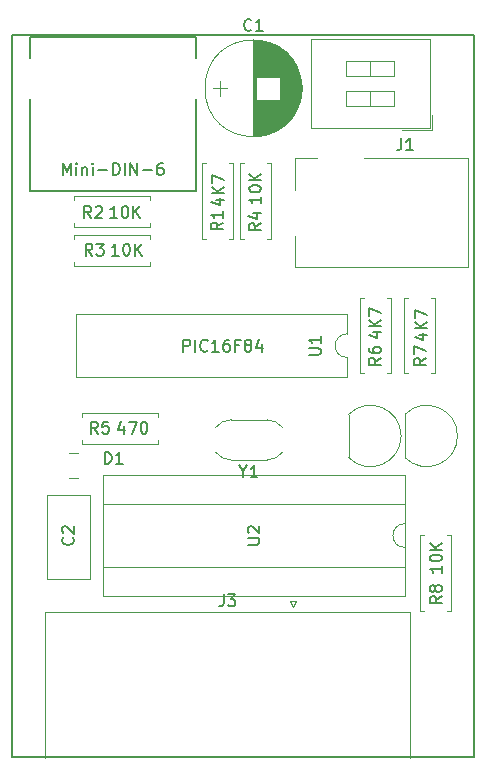
<source format=gbr>
%TF.GenerationSoftware,KiCad,Pcbnew,4.0.7*%
%TF.CreationDate,2018-07-15T04:01:03+03:00*%
%TF.ProjectId,AmstradPS2Mouse,416D73747261645053324D6F7573652E,rev?*%
%TF.FileFunction,Legend,Top*%
%FSLAX46Y46*%
G04 Gerber Fmt 4.6, Leading zero omitted, Abs format (unit mm)*
G04 Created by KiCad (PCBNEW 4.0.7) date 07/15/18 04:01:03*
%MOMM*%
%LPD*%
G01*
G04 APERTURE LIST*
%ADD10C,0.100000*%
%ADD11C,0.150000*%
%ADD12C,0.120000*%
G04 APERTURE END LIST*
D10*
D11*
X83540000Y-103809800D02*
X83540000Y-42697400D01*
X122605800Y-103809800D02*
X83540000Y-103809800D01*
X122605800Y-42672000D02*
X122605800Y-103809800D01*
X83540000Y-42697400D02*
X122605800Y-42672000D01*
D12*
X113325400Y-53108800D02*
X122125400Y-53108800D01*
X122125400Y-53108800D02*
X122125400Y-62308800D01*
X107425400Y-55808800D02*
X107425400Y-53108800D01*
X107425400Y-53108800D02*
X109325400Y-53108800D01*
X122125400Y-62308800D02*
X107425400Y-62308800D01*
X107425400Y-62308800D02*
X107425400Y-59708800D01*
X86480400Y-88737000D02*
X86480400Y-81617000D01*
X90100400Y-88737000D02*
X90100400Y-81617000D01*
X86480400Y-88737000D02*
X90100400Y-88737000D01*
X86480400Y-81617000D02*
X90100400Y-81617000D01*
D11*
X99063600Y-42824400D02*
X99063600Y-44602400D01*
X85042800Y-48056800D02*
X85042800Y-55829200D01*
X85042800Y-55829200D02*
X99063600Y-55829200D01*
X99063600Y-55829200D02*
X99063600Y-48056800D01*
X99063600Y-42824400D02*
X85042800Y-42824400D01*
X85042800Y-42824400D02*
X85042800Y-44602400D01*
D12*
X86264200Y-103852800D02*
X86264200Y-91512800D01*
X86264200Y-91512800D02*
X117234200Y-91512800D01*
X117234200Y-91512800D02*
X117234200Y-103852800D01*
X107039200Y-90618462D02*
X107539200Y-90618462D01*
X107539200Y-90618462D02*
X107289200Y-91051475D01*
X107289200Y-91051475D02*
X107039200Y-90618462D01*
X111992800Y-74806400D02*
X111992800Y-78406400D01*
X112004322Y-74767922D02*
G75*
G02X116442800Y-76606400I1838478J-1838478D01*
G01*
X112004322Y-78444878D02*
G75*
G03X116442800Y-76606400I1838478J1838478D01*
G01*
X116768000Y-74806400D02*
X116768000Y-78406400D01*
X116779522Y-74767922D02*
G75*
G02X121218000Y-76606400I1838478J-1838478D01*
G01*
X116779522Y-78444878D02*
G75*
G03X121218000Y-76606400I1838478J1838478D01*
G01*
X99883400Y-59902800D02*
X99553400Y-59902800D01*
X99553400Y-59902800D02*
X99553400Y-53482800D01*
X99553400Y-53482800D02*
X99883400Y-53482800D01*
X101843400Y-59902800D02*
X102173400Y-59902800D01*
X102173400Y-59902800D02*
X102173400Y-53482800D01*
X102173400Y-53482800D02*
X101843400Y-53482800D01*
X95208800Y-58587200D02*
X95208800Y-58917200D01*
X95208800Y-58917200D02*
X88788800Y-58917200D01*
X88788800Y-58917200D02*
X88788800Y-58587200D01*
X95208800Y-56627200D02*
X95208800Y-56297200D01*
X95208800Y-56297200D02*
X88788800Y-56297200D01*
X88788800Y-56297200D02*
X88788800Y-56627200D01*
X95208800Y-61863800D02*
X95208800Y-62193800D01*
X95208800Y-62193800D02*
X88788800Y-62193800D01*
X88788800Y-62193800D02*
X88788800Y-61863800D01*
X95208800Y-59903800D02*
X95208800Y-59573800D01*
X95208800Y-59573800D02*
X88788800Y-59573800D01*
X88788800Y-59573800D02*
X88788800Y-59903800D01*
X103160000Y-59902800D02*
X102830000Y-59902800D01*
X102830000Y-59902800D02*
X102830000Y-53482800D01*
X102830000Y-53482800D02*
X103160000Y-53482800D01*
X105120000Y-59902800D02*
X105450000Y-59902800D01*
X105450000Y-59902800D02*
X105450000Y-53482800D01*
X105450000Y-53482800D02*
X105120000Y-53482800D01*
X89449200Y-74966000D02*
X89449200Y-74636000D01*
X89449200Y-74636000D02*
X95869200Y-74636000D01*
X95869200Y-74636000D02*
X95869200Y-74966000D01*
X89449200Y-76926000D02*
X89449200Y-77256000D01*
X89449200Y-77256000D02*
X95869200Y-77256000D01*
X95869200Y-77256000D02*
X95869200Y-76926000D01*
X113269200Y-71307400D02*
X112939200Y-71307400D01*
X112939200Y-71307400D02*
X112939200Y-64887400D01*
X112939200Y-64887400D02*
X113269200Y-64887400D01*
X115229200Y-71307400D02*
X115559200Y-71307400D01*
X115559200Y-71307400D02*
X115559200Y-64887400D01*
X115559200Y-64887400D02*
X115229200Y-64887400D01*
X117053800Y-71307400D02*
X116723800Y-71307400D01*
X116723800Y-71307400D02*
X116723800Y-64887400D01*
X116723800Y-64887400D02*
X117053800Y-64887400D01*
X119013800Y-71307400D02*
X119343800Y-71307400D01*
X119343800Y-71307400D02*
X119343800Y-64887400D01*
X119343800Y-64887400D02*
X119013800Y-64887400D01*
X120360000Y-85029600D02*
X120690000Y-85029600D01*
X120690000Y-85029600D02*
X120690000Y-91449600D01*
X120690000Y-91449600D02*
X120360000Y-91449600D01*
X118400000Y-85029600D02*
X118070000Y-85029600D01*
X118070000Y-85029600D02*
X118070000Y-91449600D01*
X118070000Y-91449600D02*
X118400000Y-91449600D01*
X119052800Y-50711400D02*
X119052800Y-49441400D01*
X119052800Y-50711400D02*
X116512800Y-50711400D01*
X118852800Y-50511400D02*
X108832800Y-50511400D01*
X108832800Y-50511400D02*
X108832800Y-43011400D01*
X108832800Y-43011400D02*
X118852800Y-43011400D01*
X118852800Y-43011400D02*
X118852800Y-50511400D01*
X115872800Y-48666400D02*
X115872800Y-47396400D01*
X115872800Y-47396400D02*
X111812800Y-47396400D01*
X111812800Y-47396400D02*
X111812800Y-48666400D01*
X111812800Y-48666400D02*
X115872800Y-48666400D01*
X113842800Y-48666400D02*
X113842800Y-47396400D01*
X115872800Y-46126400D02*
X115872800Y-44856400D01*
X115872800Y-44856400D02*
X111812800Y-44856400D01*
X111812800Y-44856400D02*
X111812800Y-46126400D01*
X111812800Y-46126400D02*
X115872800Y-46126400D01*
X113842800Y-46126400D02*
X113842800Y-44856400D01*
X111870800Y-69961000D02*
G75*
G02X111870800Y-67961000I0J1000000D01*
G01*
X111870800Y-67961000D02*
X111870800Y-66311000D01*
X111870800Y-66311000D02*
X88890800Y-66311000D01*
X88890800Y-66311000D02*
X88890800Y-71611000D01*
X88890800Y-71611000D02*
X111870800Y-71611000D01*
X111870800Y-71611000D02*
X111870800Y-69961000D01*
X116747600Y-86039200D02*
G75*
G02X116747600Y-84039200I0J1000000D01*
G01*
X116747600Y-84039200D02*
X116747600Y-82389200D01*
X116747600Y-82389200D02*
X91227600Y-82389200D01*
X91227600Y-82389200D02*
X91227600Y-87689200D01*
X91227600Y-87689200D02*
X116747600Y-87689200D01*
X116747600Y-87689200D02*
X116747600Y-86039200D01*
X116807600Y-79899200D02*
X91167600Y-79899200D01*
X91167600Y-79899200D02*
X91167600Y-90179200D01*
X91167600Y-90179200D02*
X116807600Y-90179200D01*
X116807600Y-90179200D02*
X116807600Y-79899200D01*
X105070400Y-78636600D02*
X102070400Y-78636600D01*
X105070400Y-75236600D02*
X102070400Y-75236600D01*
X106408190Y-77985561D02*
G75*
G02X105070400Y-78636600I-1337790J1048961D01*
G01*
X100732610Y-77985561D02*
G75*
G03X102070400Y-78636600I1337790J1048961D01*
G01*
X106408190Y-75887639D02*
G75*
G03X105070400Y-75236600I-1337790J-1048961D01*
G01*
X100732610Y-75887639D02*
G75*
G02X102070400Y-75236600I1337790J-1048961D01*
G01*
X88329000Y-78086400D02*
X89060000Y-78086400D01*
X88329000Y-80206400D02*
X89060000Y-80206400D01*
X108021400Y-47167800D02*
G75*
G03X108021400Y-47167800I-4090000J0D01*
G01*
X103931400Y-43117800D02*
X103931400Y-51217800D01*
X103971400Y-43117800D02*
X103971400Y-51217800D01*
X104011400Y-43117800D02*
X104011400Y-51217800D01*
X104051400Y-43118800D02*
X104051400Y-51216800D01*
X104091400Y-43120800D02*
X104091400Y-51214800D01*
X104131400Y-43121800D02*
X104131400Y-51213800D01*
X104171400Y-43124800D02*
X104171400Y-51210800D01*
X104211400Y-43126800D02*
X104211400Y-46187800D01*
X104211400Y-48147800D02*
X104211400Y-51208800D01*
X104251400Y-43129800D02*
X104251400Y-46187800D01*
X104251400Y-48147800D02*
X104251400Y-51205800D01*
X104291400Y-43132800D02*
X104291400Y-46187800D01*
X104291400Y-48147800D02*
X104291400Y-51202800D01*
X104331400Y-43136800D02*
X104331400Y-46187800D01*
X104331400Y-48147800D02*
X104331400Y-51198800D01*
X104371400Y-43140800D02*
X104371400Y-46187800D01*
X104371400Y-48147800D02*
X104371400Y-51194800D01*
X104411400Y-43145800D02*
X104411400Y-46187800D01*
X104411400Y-48147800D02*
X104411400Y-51189800D01*
X104451400Y-43150800D02*
X104451400Y-46187800D01*
X104451400Y-48147800D02*
X104451400Y-51184800D01*
X104491400Y-43155800D02*
X104491400Y-46187800D01*
X104491400Y-48147800D02*
X104491400Y-51179800D01*
X104531400Y-43161800D02*
X104531400Y-46187800D01*
X104531400Y-48147800D02*
X104531400Y-51173800D01*
X104571400Y-43167800D02*
X104571400Y-46187800D01*
X104571400Y-48147800D02*
X104571400Y-51167800D01*
X104611400Y-43173800D02*
X104611400Y-46187800D01*
X104611400Y-48147800D02*
X104611400Y-51161800D01*
X104652400Y-43180800D02*
X104652400Y-46187800D01*
X104652400Y-48147800D02*
X104652400Y-51154800D01*
X104692400Y-43188800D02*
X104692400Y-46187800D01*
X104692400Y-48147800D02*
X104692400Y-51146800D01*
X104732400Y-43196800D02*
X104732400Y-46187800D01*
X104732400Y-48147800D02*
X104732400Y-51138800D01*
X104772400Y-43204800D02*
X104772400Y-46187800D01*
X104772400Y-48147800D02*
X104772400Y-51130800D01*
X104812400Y-43212800D02*
X104812400Y-46187800D01*
X104812400Y-48147800D02*
X104812400Y-51122800D01*
X104852400Y-43221800D02*
X104852400Y-46187800D01*
X104852400Y-48147800D02*
X104852400Y-51113800D01*
X104892400Y-43231800D02*
X104892400Y-46187800D01*
X104892400Y-48147800D02*
X104892400Y-51103800D01*
X104932400Y-43241800D02*
X104932400Y-46187800D01*
X104932400Y-48147800D02*
X104932400Y-51093800D01*
X104972400Y-43251800D02*
X104972400Y-46187800D01*
X104972400Y-48147800D02*
X104972400Y-51083800D01*
X105012400Y-43262800D02*
X105012400Y-46187800D01*
X105012400Y-48147800D02*
X105012400Y-51072800D01*
X105052400Y-43273800D02*
X105052400Y-46187800D01*
X105052400Y-48147800D02*
X105052400Y-51061800D01*
X105092400Y-43284800D02*
X105092400Y-46187800D01*
X105092400Y-48147800D02*
X105092400Y-51050800D01*
X105132400Y-43297800D02*
X105132400Y-46187800D01*
X105132400Y-48147800D02*
X105132400Y-51037800D01*
X105172400Y-43309800D02*
X105172400Y-46187800D01*
X105172400Y-48147800D02*
X105172400Y-51025800D01*
X105212400Y-43322800D02*
X105212400Y-46187800D01*
X105212400Y-48147800D02*
X105212400Y-51012800D01*
X105252400Y-43335800D02*
X105252400Y-46187800D01*
X105252400Y-48147800D02*
X105252400Y-50999800D01*
X105292400Y-43349800D02*
X105292400Y-46187800D01*
X105292400Y-48147800D02*
X105292400Y-50985800D01*
X105332400Y-43364800D02*
X105332400Y-46187800D01*
X105332400Y-48147800D02*
X105332400Y-50970800D01*
X105372400Y-43378800D02*
X105372400Y-46187800D01*
X105372400Y-48147800D02*
X105372400Y-50956800D01*
X105412400Y-43394800D02*
X105412400Y-46187800D01*
X105412400Y-48147800D02*
X105412400Y-50940800D01*
X105452400Y-43409800D02*
X105452400Y-46187800D01*
X105452400Y-48147800D02*
X105452400Y-50925800D01*
X105492400Y-43426800D02*
X105492400Y-46187800D01*
X105492400Y-48147800D02*
X105492400Y-50908800D01*
X105532400Y-43442800D02*
X105532400Y-46187800D01*
X105532400Y-48147800D02*
X105532400Y-50892800D01*
X105572400Y-43460800D02*
X105572400Y-46187800D01*
X105572400Y-48147800D02*
X105572400Y-50874800D01*
X105612400Y-43477800D02*
X105612400Y-46187800D01*
X105612400Y-48147800D02*
X105612400Y-50857800D01*
X105652400Y-43496800D02*
X105652400Y-46187800D01*
X105652400Y-48147800D02*
X105652400Y-50838800D01*
X105692400Y-43515800D02*
X105692400Y-46187800D01*
X105692400Y-48147800D02*
X105692400Y-50819800D01*
X105732400Y-43534800D02*
X105732400Y-46187800D01*
X105732400Y-48147800D02*
X105732400Y-50800800D01*
X105772400Y-43554800D02*
X105772400Y-46187800D01*
X105772400Y-48147800D02*
X105772400Y-50780800D01*
X105812400Y-43574800D02*
X105812400Y-46187800D01*
X105812400Y-48147800D02*
X105812400Y-50760800D01*
X105852400Y-43595800D02*
X105852400Y-46187800D01*
X105852400Y-48147800D02*
X105852400Y-50739800D01*
X105892400Y-43617800D02*
X105892400Y-46187800D01*
X105892400Y-48147800D02*
X105892400Y-50717800D01*
X105932400Y-43639800D02*
X105932400Y-46187800D01*
X105932400Y-48147800D02*
X105932400Y-50695800D01*
X105972400Y-43662800D02*
X105972400Y-46187800D01*
X105972400Y-48147800D02*
X105972400Y-50672800D01*
X106012400Y-43685800D02*
X106012400Y-46187800D01*
X106012400Y-48147800D02*
X106012400Y-50649800D01*
X106052400Y-43709800D02*
X106052400Y-46187800D01*
X106052400Y-48147800D02*
X106052400Y-50625800D01*
X106092400Y-43733800D02*
X106092400Y-46187800D01*
X106092400Y-48147800D02*
X106092400Y-50601800D01*
X106132400Y-43759800D02*
X106132400Y-46187800D01*
X106132400Y-48147800D02*
X106132400Y-50575800D01*
X106172400Y-43784800D02*
X106172400Y-50550800D01*
X106212400Y-43811800D02*
X106212400Y-50523800D01*
X106252400Y-43838800D02*
X106252400Y-50496800D01*
X106292400Y-43866800D02*
X106292400Y-50468800D01*
X106332400Y-43895800D02*
X106332400Y-50439800D01*
X106372400Y-43924800D02*
X106372400Y-50410800D01*
X106412400Y-43954800D02*
X106412400Y-50380800D01*
X106452400Y-43985800D02*
X106452400Y-50349800D01*
X106492400Y-44017800D02*
X106492400Y-50317800D01*
X106532400Y-44049800D02*
X106532400Y-50285800D01*
X106572400Y-44083800D02*
X106572400Y-50251800D01*
X106612400Y-44117800D02*
X106612400Y-50217800D01*
X106652400Y-44152800D02*
X106652400Y-50182800D01*
X106692400Y-44188800D02*
X106692400Y-50146800D01*
X106732400Y-44225800D02*
X106732400Y-50109800D01*
X106772400Y-44263800D02*
X106772400Y-50071800D01*
X106812400Y-44302800D02*
X106812400Y-50032800D01*
X106852400Y-44343800D02*
X106852400Y-49991800D01*
X106892400Y-44384800D02*
X106892400Y-49950800D01*
X106932400Y-44427800D02*
X106932400Y-49907800D01*
X106972400Y-44470800D02*
X106972400Y-49864800D01*
X107012400Y-44515800D02*
X107012400Y-49819800D01*
X107052400Y-44562800D02*
X107052400Y-49772800D01*
X107092400Y-44610800D02*
X107092400Y-49724800D01*
X107132400Y-44659800D02*
X107132400Y-49675800D01*
X107172400Y-44710800D02*
X107172400Y-49624800D01*
X107212400Y-44763800D02*
X107212400Y-49571800D01*
X107252400Y-44818800D02*
X107252400Y-49516800D01*
X107292400Y-44874800D02*
X107292400Y-49460800D01*
X107332400Y-44933800D02*
X107332400Y-49401800D01*
X107372400Y-44994800D02*
X107372400Y-49340800D01*
X107412400Y-45058800D02*
X107412400Y-49276800D01*
X107452400Y-45124800D02*
X107452400Y-49210800D01*
X107492400Y-45193800D02*
X107492400Y-49141800D01*
X107532400Y-45265800D02*
X107532400Y-49069800D01*
X107572400Y-45341800D02*
X107572400Y-48993800D01*
X107612400Y-45422800D02*
X107612400Y-48912800D01*
X107652400Y-45507800D02*
X107652400Y-48827800D01*
X107692400Y-45597800D02*
X107692400Y-48737800D01*
X107732400Y-45694800D02*
X107732400Y-48640800D01*
X107772400Y-45798800D02*
X107772400Y-48536800D01*
X107812400Y-45913800D02*
X107812400Y-48421800D01*
X107852400Y-46040800D02*
X107852400Y-48294800D01*
X107892400Y-46184800D02*
X107892400Y-48150800D01*
X107932400Y-46353800D02*
X107932400Y-47981800D01*
X107972400Y-46569800D02*
X107972400Y-47765800D01*
X108012400Y-46921800D02*
X108012400Y-47413800D01*
X100481400Y-47167800D02*
X101681400Y-47167800D01*
X101081400Y-46517800D02*
X101081400Y-47817800D01*
D11*
X116442067Y-51411181D02*
X116442067Y-52125467D01*
X116394447Y-52268324D01*
X116299209Y-52363562D01*
X116156352Y-52411181D01*
X116061114Y-52411181D01*
X117442067Y-52411181D02*
X116870638Y-52411181D01*
X117156352Y-52411181D02*
X117156352Y-51411181D01*
X117061114Y-51554038D01*
X116965876Y-51649276D01*
X116870638Y-51696895D01*
X88647543Y-85202066D02*
X88695162Y-85249685D01*
X88742781Y-85392542D01*
X88742781Y-85487780D01*
X88695162Y-85630638D01*
X88599924Y-85725876D01*
X88504686Y-85773495D01*
X88314210Y-85821114D01*
X88171352Y-85821114D01*
X87980876Y-85773495D01*
X87885638Y-85725876D01*
X87790400Y-85630638D01*
X87742781Y-85487780D01*
X87742781Y-85392542D01*
X87790400Y-85249685D01*
X87838019Y-85202066D01*
X87838019Y-84821114D02*
X87790400Y-84773495D01*
X87742781Y-84678257D01*
X87742781Y-84440161D01*
X87790400Y-84344923D01*
X87838019Y-84297304D01*
X87933257Y-84249685D01*
X88028495Y-84249685D01*
X88171352Y-84297304D01*
X88742781Y-84868733D01*
X88742781Y-84249685D01*
X87815106Y-54503581D02*
X87815106Y-53503581D01*
X88148440Y-54217867D01*
X88481773Y-53503581D01*
X88481773Y-54503581D01*
X88957963Y-54503581D02*
X88957963Y-53836914D01*
X88957963Y-53503581D02*
X88910344Y-53551200D01*
X88957963Y-53598819D01*
X89005582Y-53551200D01*
X88957963Y-53503581D01*
X88957963Y-53598819D01*
X89434153Y-53836914D02*
X89434153Y-54503581D01*
X89434153Y-53932152D02*
X89481772Y-53884533D01*
X89577010Y-53836914D01*
X89719868Y-53836914D01*
X89815106Y-53884533D01*
X89862725Y-53979771D01*
X89862725Y-54503581D01*
X90338915Y-54503581D02*
X90338915Y-53836914D01*
X90338915Y-53503581D02*
X90291296Y-53551200D01*
X90338915Y-53598819D01*
X90386534Y-53551200D01*
X90338915Y-53503581D01*
X90338915Y-53598819D01*
X90815105Y-54122629D02*
X91577010Y-54122629D01*
X92053200Y-54503581D02*
X92053200Y-53503581D01*
X92291295Y-53503581D01*
X92434153Y-53551200D01*
X92529391Y-53646438D01*
X92577010Y-53741676D01*
X92624629Y-53932152D01*
X92624629Y-54075010D01*
X92577010Y-54265486D01*
X92529391Y-54360724D01*
X92434153Y-54455962D01*
X92291295Y-54503581D01*
X92053200Y-54503581D01*
X93053200Y-54503581D02*
X93053200Y-53503581D01*
X93529390Y-54503581D02*
X93529390Y-53503581D01*
X94100819Y-54503581D01*
X94100819Y-53503581D01*
X94577009Y-54122629D02*
X95338914Y-54122629D01*
X96243676Y-53503581D02*
X96053199Y-53503581D01*
X95957961Y-53551200D01*
X95910342Y-53598819D01*
X95815104Y-53741676D01*
X95767485Y-53932152D01*
X95767485Y-54313105D01*
X95815104Y-54408343D01*
X95862723Y-54455962D01*
X95957961Y-54503581D01*
X96148438Y-54503581D01*
X96243676Y-54455962D01*
X96291295Y-54408343D01*
X96338914Y-54313105D01*
X96338914Y-54075010D01*
X96291295Y-53979771D01*
X96243676Y-53932152D01*
X96148438Y-53884533D01*
X95957961Y-53884533D01*
X95862723Y-53932152D01*
X95815104Y-53979771D01*
X95767485Y-54075010D01*
X101415867Y-90025181D02*
X101415867Y-90739467D01*
X101368247Y-90882324D01*
X101273009Y-90977562D01*
X101130152Y-91025181D01*
X101034914Y-91025181D01*
X101796819Y-90025181D02*
X102415867Y-90025181D01*
X102082533Y-90406133D01*
X102225391Y-90406133D01*
X102320629Y-90453752D01*
X102368248Y-90501371D01*
X102415867Y-90596610D01*
X102415867Y-90834705D01*
X102368248Y-90929943D01*
X102320629Y-90977562D01*
X102225391Y-91025181D01*
X101939676Y-91025181D01*
X101844438Y-90977562D01*
X101796819Y-90929943D01*
X101341181Y-58535866D02*
X100864990Y-58869200D01*
X101341181Y-59107295D02*
X100341181Y-59107295D01*
X100341181Y-58726342D01*
X100388800Y-58631104D01*
X100436419Y-58583485D01*
X100531657Y-58535866D01*
X100674514Y-58535866D01*
X100769752Y-58583485D01*
X100817371Y-58631104D01*
X100864990Y-58726342D01*
X100864990Y-59107295D01*
X101341181Y-57583485D02*
X101341181Y-58154914D01*
X101341181Y-57869200D02*
X100341181Y-57869200D01*
X100484038Y-57964438D01*
X100579276Y-58059676D01*
X100626895Y-58154914D01*
X100750714Y-56589514D02*
X101417381Y-56589514D01*
X100369762Y-56827610D02*
X101084048Y-57065705D01*
X101084048Y-56446657D01*
X101417381Y-56065705D02*
X100417381Y-56065705D01*
X101417381Y-55494276D02*
X100845952Y-55922848D01*
X100417381Y-55494276D02*
X100988810Y-56065705D01*
X100417381Y-55160943D02*
X100417381Y-54494276D01*
X101417381Y-54922848D01*
X90206534Y-58135781D02*
X89873200Y-57659590D01*
X89635105Y-58135781D02*
X89635105Y-57135781D01*
X90016058Y-57135781D01*
X90111296Y-57183400D01*
X90158915Y-57231019D01*
X90206534Y-57326257D01*
X90206534Y-57469114D01*
X90158915Y-57564352D01*
X90111296Y-57611971D01*
X90016058Y-57659590D01*
X89635105Y-57659590D01*
X90587486Y-57231019D02*
X90635105Y-57183400D01*
X90730343Y-57135781D01*
X90968439Y-57135781D01*
X91063677Y-57183400D01*
X91111296Y-57231019D01*
X91158915Y-57326257D01*
X91158915Y-57421495D01*
X91111296Y-57564352D01*
X90539867Y-58135781D01*
X91158915Y-58135781D01*
X92400524Y-58135781D02*
X91829095Y-58135781D01*
X92114809Y-58135781D02*
X92114809Y-57135781D01*
X92019571Y-57278638D01*
X91924333Y-57373876D01*
X91829095Y-57421495D01*
X93019571Y-57135781D02*
X93114810Y-57135781D01*
X93210048Y-57183400D01*
X93257667Y-57231019D01*
X93305286Y-57326257D01*
X93352905Y-57516733D01*
X93352905Y-57754829D01*
X93305286Y-57945305D01*
X93257667Y-58040543D01*
X93210048Y-58088162D01*
X93114810Y-58135781D01*
X93019571Y-58135781D01*
X92924333Y-58088162D01*
X92876714Y-58040543D01*
X92829095Y-57945305D01*
X92781476Y-57754829D01*
X92781476Y-57516733D01*
X92829095Y-57326257D01*
X92876714Y-57231019D01*
X92924333Y-57183400D01*
X93019571Y-57135781D01*
X93781476Y-58135781D02*
X93781476Y-57135781D01*
X94352905Y-58135781D02*
X93924333Y-57564352D01*
X94352905Y-57135781D02*
X93781476Y-57707210D01*
X90308134Y-61336181D02*
X89974800Y-60859990D01*
X89736705Y-61336181D02*
X89736705Y-60336181D01*
X90117658Y-60336181D01*
X90212896Y-60383800D01*
X90260515Y-60431419D01*
X90308134Y-60526657D01*
X90308134Y-60669514D01*
X90260515Y-60764752D01*
X90212896Y-60812371D01*
X90117658Y-60859990D01*
X89736705Y-60859990D01*
X90641467Y-60336181D02*
X91260515Y-60336181D01*
X90927181Y-60717133D01*
X91070039Y-60717133D01*
X91165277Y-60764752D01*
X91212896Y-60812371D01*
X91260515Y-60907610D01*
X91260515Y-61145705D01*
X91212896Y-61240943D01*
X91165277Y-61288562D01*
X91070039Y-61336181D01*
X90784324Y-61336181D01*
X90689086Y-61288562D01*
X90641467Y-61240943D01*
X92527524Y-61336181D02*
X91956095Y-61336181D01*
X92241809Y-61336181D02*
X92241809Y-60336181D01*
X92146571Y-60479038D01*
X92051333Y-60574276D01*
X91956095Y-60621895D01*
X93146571Y-60336181D02*
X93241810Y-60336181D01*
X93337048Y-60383800D01*
X93384667Y-60431419D01*
X93432286Y-60526657D01*
X93479905Y-60717133D01*
X93479905Y-60955229D01*
X93432286Y-61145705D01*
X93384667Y-61240943D01*
X93337048Y-61288562D01*
X93241810Y-61336181D01*
X93146571Y-61336181D01*
X93051333Y-61288562D01*
X93003714Y-61240943D01*
X92956095Y-61145705D01*
X92908476Y-60955229D01*
X92908476Y-60717133D01*
X92956095Y-60526657D01*
X93003714Y-60431419D01*
X93051333Y-60383800D01*
X93146571Y-60336181D01*
X93908476Y-61336181D02*
X93908476Y-60336181D01*
X94479905Y-61336181D02*
X94051333Y-60764752D01*
X94479905Y-60336181D02*
X93908476Y-60907610D01*
X104541581Y-58612066D02*
X104065390Y-58945400D01*
X104541581Y-59183495D02*
X103541581Y-59183495D01*
X103541581Y-58802542D01*
X103589200Y-58707304D01*
X103636819Y-58659685D01*
X103732057Y-58612066D01*
X103874914Y-58612066D01*
X103970152Y-58659685D01*
X104017771Y-58707304D01*
X104065390Y-58802542D01*
X104065390Y-59183495D01*
X103874914Y-57754923D02*
X104541581Y-57754923D01*
X103493962Y-57993019D02*
X104208248Y-58231114D01*
X104208248Y-57612066D01*
X104566981Y-56341876D02*
X104566981Y-56913305D01*
X104566981Y-56627591D02*
X103566981Y-56627591D01*
X103709838Y-56722829D01*
X103805076Y-56818067D01*
X103852695Y-56913305D01*
X103566981Y-55722829D02*
X103566981Y-55627590D01*
X103614600Y-55532352D01*
X103662219Y-55484733D01*
X103757457Y-55437114D01*
X103947933Y-55389495D01*
X104186029Y-55389495D01*
X104376505Y-55437114D01*
X104471743Y-55484733D01*
X104519362Y-55532352D01*
X104566981Y-55627590D01*
X104566981Y-55722829D01*
X104519362Y-55818067D01*
X104471743Y-55865686D01*
X104376505Y-55913305D01*
X104186029Y-55960924D01*
X103947933Y-55960924D01*
X103757457Y-55913305D01*
X103662219Y-55865686D01*
X103614600Y-55818067D01*
X103566981Y-55722829D01*
X104566981Y-54960924D02*
X103566981Y-54960924D01*
X104566981Y-54389495D02*
X103995552Y-54818067D01*
X103566981Y-54389495D02*
X104138410Y-54960924D01*
X90765334Y-76398381D02*
X90432000Y-75922190D01*
X90193905Y-76398381D02*
X90193905Y-75398381D01*
X90574858Y-75398381D01*
X90670096Y-75446000D01*
X90717715Y-75493619D01*
X90765334Y-75588857D01*
X90765334Y-75731714D01*
X90717715Y-75826952D01*
X90670096Y-75874571D01*
X90574858Y-75922190D01*
X90193905Y-75922190D01*
X91670096Y-75398381D02*
X91193905Y-75398381D01*
X91146286Y-75874571D01*
X91193905Y-75826952D01*
X91289143Y-75779333D01*
X91527239Y-75779333D01*
X91622477Y-75826952D01*
X91670096Y-75874571D01*
X91717715Y-75969810D01*
X91717715Y-76207905D01*
X91670096Y-76303143D01*
X91622477Y-76350762D01*
X91527239Y-76398381D01*
X91289143Y-76398381D01*
X91193905Y-76350762D01*
X91146286Y-76303143D01*
X92964096Y-75731714D02*
X92964096Y-76398381D01*
X92726000Y-75350762D02*
X92487905Y-76065048D01*
X93106953Y-76065048D01*
X93392667Y-75398381D02*
X94059334Y-75398381D01*
X93630762Y-76398381D01*
X94630762Y-75398381D02*
X94726001Y-75398381D01*
X94821239Y-75446000D01*
X94868858Y-75493619D01*
X94916477Y-75588857D01*
X94964096Y-75779333D01*
X94964096Y-76017429D01*
X94916477Y-76207905D01*
X94868858Y-76303143D01*
X94821239Y-76350762D01*
X94726001Y-76398381D01*
X94630762Y-76398381D01*
X94535524Y-76350762D01*
X94487905Y-76303143D01*
X94440286Y-76207905D01*
X94392667Y-76017429D01*
X94392667Y-75779333D01*
X94440286Y-75588857D01*
X94487905Y-75493619D01*
X94535524Y-75446000D01*
X94630762Y-75398381D01*
X114701581Y-69991266D02*
X114225390Y-70324600D01*
X114701581Y-70562695D02*
X113701581Y-70562695D01*
X113701581Y-70181742D01*
X113749200Y-70086504D01*
X113796819Y-70038885D01*
X113892057Y-69991266D01*
X114034914Y-69991266D01*
X114130152Y-70038885D01*
X114177771Y-70086504D01*
X114225390Y-70181742D01*
X114225390Y-70562695D01*
X113701581Y-69134123D02*
X113701581Y-69324600D01*
X113749200Y-69419838D01*
X113796819Y-69467457D01*
X113939676Y-69562695D01*
X114130152Y-69610314D01*
X114511105Y-69610314D01*
X114606343Y-69562695D01*
X114653962Y-69515076D01*
X114701581Y-69419838D01*
X114701581Y-69229361D01*
X114653962Y-69134123D01*
X114606343Y-69086504D01*
X114511105Y-69038885D01*
X114273010Y-69038885D01*
X114177771Y-69086504D01*
X114130152Y-69134123D01*
X114082533Y-69229361D01*
X114082533Y-69419838D01*
X114130152Y-69515076D01*
X114177771Y-69562695D01*
X114273010Y-69610314D01*
X114085714Y-67841714D02*
X114752381Y-67841714D01*
X113704762Y-68079810D02*
X114419048Y-68317905D01*
X114419048Y-67698857D01*
X114752381Y-67317905D02*
X113752381Y-67317905D01*
X114752381Y-66746476D02*
X114180952Y-67175048D01*
X113752381Y-66746476D02*
X114323810Y-67317905D01*
X113752381Y-66413143D02*
X113752381Y-65746476D01*
X114752381Y-66175048D01*
X118536981Y-70016666D02*
X118060790Y-70350000D01*
X118536981Y-70588095D02*
X117536981Y-70588095D01*
X117536981Y-70207142D01*
X117584600Y-70111904D01*
X117632219Y-70064285D01*
X117727457Y-70016666D01*
X117870314Y-70016666D01*
X117965552Y-70064285D01*
X118013171Y-70111904D01*
X118060790Y-70207142D01*
X118060790Y-70588095D01*
X117536981Y-69683333D02*
X117536981Y-69016666D01*
X118536981Y-69445238D01*
X117971914Y-68019514D02*
X118638581Y-68019514D01*
X117590962Y-68257610D02*
X118305248Y-68495705D01*
X118305248Y-67876657D01*
X118638581Y-67495705D02*
X117638581Y-67495705D01*
X118638581Y-66924276D02*
X118067152Y-67352848D01*
X117638581Y-66924276D02*
X118210010Y-67495705D01*
X117638581Y-66590943D02*
X117638581Y-65924276D01*
X118638581Y-66352848D01*
X119883181Y-90184266D02*
X119406990Y-90517600D01*
X119883181Y-90755695D02*
X118883181Y-90755695D01*
X118883181Y-90374742D01*
X118930800Y-90279504D01*
X118978419Y-90231885D01*
X119073657Y-90184266D01*
X119216514Y-90184266D01*
X119311752Y-90231885D01*
X119359371Y-90279504D01*
X119406990Y-90374742D01*
X119406990Y-90755695D01*
X119311752Y-89612838D02*
X119264133Y-89708076D01*
X119216514Y-89755695D01*
X119121276Y-89803314D01*
X119073657Y-89803314D01*
X118978419Y-89755695D01*
X118930800Y-89708076D01*
X118883181Y-89612838D01*
X118883181Y-89422361D01*
X118930800Y-89327123D01*
X118978419Y-89279504D01*
X119073657Y-89231885D01*
X119121276Y-89231885D01*
X119216514Y-89279504D01*
X119264133Y-89327123D01*
X119311752Y-89422361D01*
X119311752Y-89612838D01*
X119359371Y-89708076D01*
X119406990Y-89755695D01*
X119502229Y-89803314D01*
X119692705Y-89803314D01*
X119787943Y-89755695D01*
X119835562Y-89708076D01*
X119883181Y-89612838D01*
X119883181Y-89422361D01*
X119835562Y-89327123D01*
X119787943Y-89279504D01*
X119692705Y-89231885D01*
X119502229Y-89231885D01*
X119406990Y-89279504D01*
X119359371Y-89327123D01*
X119311752Y-89422361D01*
X119883181Y-87609276D02*
X119883181Y-88180705D01*
X119883181Y-87894991D02*
X118883181Y-87894991D01*
X119026038Y-87990229D01*
X119121276Y-88085467D01*
X119168895Y-88180705D01*
X118883181Y-86990229D02*
X118883181Y-86894990D01*
X118930800Y-86799752D01*
X118978419Y-86752133D01*
X119073657Y-86704514D01*
X119264133Y-86656895D01*
X119502229Y-86656895D01*
X119692705Y-86704514D01*
X119787943Y-86752133D01*
X119835562Y-86799752D01*
X119883181Y-86894990D01*
X119883181Y-86990229D01*
X119835562Y-87085467D01*
X119787943Y-87133086D01*
X119692705Y-87180705D01*
X119502229Y-87228324D01*
X119264133Y-87228324D01*
X119073657Y-87180705D01*
X118978419Y-87133086D01*
X118930800Y-87085467D01*
X118883181Y-86990229D01*
X119883181Y-86228324D02*
X118883181Y-86228324D01*
X119883181Y-85656895D02*
X119311752Y-86085467D01*
X118883181Y-85656895D02*
X119454610Y-86228324D01*
X108621581Y-69748305D02*
X109431105Y-69748305D01*
X109526343Y-69700686D01*
X109573962Y-69653067D01*
X109621581Y-69557829D01*
X109621581Y-69367352D01*
X109573962Y-69272114D01*
X109526343Y-69224495D01*
X109431105Y-69176876D01*
X108621581Y-69176876D01*
X109621581Y-68176876D02*
X109621581Y-68748305D01*
X109621581Y-68462591D02*
X108621581Y-68462591D01*
X108764438Y-68557829D01*
X108859676Y-68653067D01*
X108907295Y-68748305D01*
X98012667Y-69464181D02*
X98012667Y-68464181D01*
X98393620Y-68464181D01*
X98488858Y-68511800D01*
X98536477Y-68559419D01*
X98584096Y-68654657D01*
X98584096Y-68797514D01*
X98536477Y-68892752D01*
X98488858Y-68940371D01*
X98393620Y-68987990D01*
X98012667Y-68987990D01*
X99012667Y-69464181D02*
X99012667Y-68464181D01*
X100060286Y-69368943D02*
X100012667Y-69416562D01*
X99869810Y-69464181D01*
X99774572Y-69464181D01*
X99631714Y-69416562D01*
X99536476Y-69321324D01*
X99488857Y-69226086D01*
X99441238Y-69035610D01*
X99441238Y-68892752D01*
X99488857Y-68702276D01*
X99536476Y-68607038D01*
X99631714Y-68511800D01*
X99774572Y-68464181D01*
X99869810Y-68464181D01*
X100012667Y-68511800D01*
X100060286Y-68559419D01*
X101012667Y-69464181D02*
X100441238Y-69464181D01*
X100726952Y-69464181D02*
X100726952Y-68464181D01*
X100631714Y-68607038D01*
X100536476Y-68702276D01*
X100441238Y-68749895D01*
X101869810Y-68464181D02*
X101679333Y-68464181D01*
X101584095Y-68511800D01*
X101536476Y-68559419D01*
X101441238Y-68702276D01*
X101393619Y-68892752D01*
X101393619Y-69273705D01*
X101441238Y-69368943D01*
X101488857Y-69416562D01*
X101584095Y-69464181D01*
X101774572Y-69464181D01*
X101869810Y-69416562D01*
X101917429Y-69368943D01*
X101965048Y-69273705D01*
X101965048Y-69035610D01*
X101917429Y-68940371D01*
X101869810Y-68892752D01*
X101774572Y-68845133D01*
X101584095Y-68845133D01*
X101488857Y-68892752D01*
X101441238Y-68940371D01*
X101393619Y-69035610D01*
X102726953Y-68940371D02*
X102393619Y-68940371D01*
X102393619Y-69464181D02*
X102393619Y-68464181D01*
X102869810Y-68464181D01*
X103393619Y-68892752D02*
X103298381Y-68845133D01*
X103250762Y-68797514D01*
X103203143Y-68702276D01*
X103203143Y-68654657D01*
X103250762Y-68559419D01*
X103298381Y-68511800D01*
X103393619Y-68464181D01*
X103584096Y-68464181D01*
X103679334Y-68511800D01*
X103726953Y-68559419D01*
X103774572Y-68654657D01*
X103774572Y-68702276D01*
X103726953Y-68797514D01*
X103679334Y-68845133D01*
X103584096Y-68892752D01*
X103393619Y-68892752D01*
X103298381Y-68940371D01*
X103250762Y-68987990D01*
X103203143Y-69083229D01*
X103203143Y-69273705D01*
X103250762Y-69368943D01*
X103298381Y-69416562D01*
X103393619Y-69464181D01*
X103584096Y-69464181D01*
X103679334Y-69416562D01*
X103726953Y-69368943D01*
X103774572Y-69273705D01*
X103774572Y-69083229D01*
X103726953Y-68987990D01*
X103679334Y-68940371D01*
X103584096Y-68892752D01*
X104631715Y-68797514D02*
X104631715Y-69464181D01*
X104393619Y-68416562D02*
X104155524Y-69130848D01*
X104774572Y-69130848D01*
X103439981Y-85801105D02*
X104249505Y-85801105D01*
X104344743Y-85753486D01*
X104392362Y-85705867D01*
X104439981Y-85610629D01*
X104439981Y-85420152D01*
X104392362Y-85324914D01*
X104344743Y-85277295D01*
X104249505Y-85229676D01*
X103439981Y-85229676D01*
X103535219Y-84801105D02*
X103487600Y-84753486D01*
X103439981Y-84658248D01*
X103439981Y-84420152D01*
X103487600Y-84324914D01*
X103535219Y-84277295D01*
X103630457Y-84229676D01*
X103725695Y-84229676D01*
X103868552Y-84277295D01*
X104439981Y-84848724D01*
X104439981Y-84229676D01*
X103094209Y-79612790D02*
X103094209Y-80088981D01*
X102760876Y-79088981D02*
X103094209Y-79612790D01*
X103427543Y-79088981D01*
X104284686Y-80088981D02*
X103713257Y-80088981D01*
X103998971Y-80088981D02*
X103998971Y-79088981D01*
X103903733Y-79231838D01*
X103808495Y-79327076D01*
X103713257Y-79374695D01*
X91362305Y-78963781D02*
X91362305Y-77963781D01*
X91600400Y-77963781D01*
X91743258Y-78011400D01*
X91838496Y-78106638D01*
X91886115Y-78201876D01*
X91933734Y-78392352D01*
X91933734Y-78535210D01*
X91886115Y-78725686D01*
X91838496Y-78820924D01*
X91743258Y-78916162D01*
X91600400Y-78963781D01*
X91362305Y-78963781D01*
X92886115Y-78963781D02*
X92314686Y-78963781D01*
X92600400Y-78963781D02*
X92600400Y-77963781D01*
X92505162Y-78106638D01*
X92409924Y-78201876D01*
X92314686Y-78249495D01*
X103764734Y-42214943D02*
X103717115Y-42262562D01*
X103574258Y-42310181D01*
X103479020Y-42310181D01*
X103336162Y-42262562D01*
X103240924Y-42167324D01*
X103193305Y-42072086D01*
X103145686Y-41881610D01*
X103145686Y-41738752D01*
X103193305Y-41548276D01*
X103240924Y-41453038D01*
X103336162Y-41357800D01*
X103479020Y-41310181D01*
X103574258Y-41310181D01*
X103717115Y-41357800D01*
X103764734Y-41405419D01*
X104717115Y-42310181D02*
X104145686Y-42310181D01*
X104431400Y-42310181D02*
X104431400Y-41310181D01*
X104336162Y-41453038D01*
X104240924Y-41548276D01*
X104145686Y-41595895D01*
M02*

</source>
